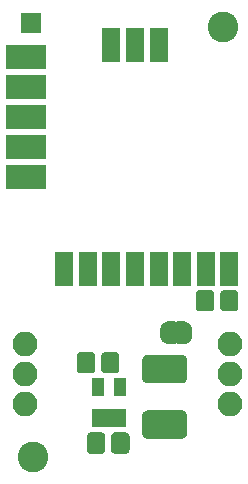
<source format=gbs>
G04 #@! TF.GenerationSoftware,KiCad,Pcbnew,(5.1.4)-1*
G04 #@! TF.CreationDate,2019-12-06T07:46:03+01:00*
G04 #@! TF.ProjectId,HM-LC-SW1-BA-PCB_mini_MAX1724,484d2d4c-432d-4535-9731-2d42412d5043,rev?*
G04 #@! TF.SameCoordinates,Original*
G04 #@! TF.FileFunction,Soldermask,Bot*
G04 #@! TF.FilePolarity,Negative*
%FSLAX46Y46*%
G04 Gerber Fmt 4.6, Leading zero omitted, Abs format (unit mm)*
G04 Created by KiCad (PCBNEW (5.1.4)-1) date 2019-12-06 07:46:03*
%MOMM*%
%LPD*%
G04 APERTURE LIST*
%ADD10O,2.100000X2.100000*%
%ADD11C,0.150000*%
%ADD12C,2.400000*%
%ADD13C,1.550000*%
%ADD14C,0.500000*%
%ADD15R,1.600000X2.924000*%
%ADD16R,1.050000X1.620000*%
%ADD17R,3.400000X2.100000*%
%ADD18C,2.600000*%
%ADD19R,1.750000X1.750000*%
G04 APERTURE END LIST*
D10*
X171300000Y-118680000D03*
X171300000Y-116140000D03*
X171300000Y-113600000D03*
D11*
G36*
X184614366Y-114532219D02*
G01*
X184659098Y-114538854D01*
X184702963Y-114549842D01*
X184745541Y-114565076D01*
X184786420Y-114584411D01*
X184825207Y-114607659D01*
X184861528Y-114634597D01*
X184895035Y-114664965D01*
X184925403Y-114698472D01*
X184952341Y-114734793D01*
X184975589Y-114773580D01*
X184994924Y-114814459D01*
X185010158Y-114857037D01*
X185021146Y-114900902D01*
X185027781Y-114945634D01*
X185030000Y-114990800D01*
X185030000Y-116469200D01*
X185027781Y-116514366D01*
X185021146Y-116559098D01*
X185010158Y-116602963D01*
X184994924Y-116645541D01*
X184975589Y-116686420D01*
X184952341Y-116725207D01*
X184925403Y-116761528D01*
X184895035Y-116795035D01*
X184861528Y-116825403D01*
X184825207Y-116852341D01*
X184786420Y-116875589D01*
X184745541Y-116894924D01*
X184702963Y-116910158D01*
X184659098Y-116921146D01*
X184614366Y-116927781D01*
X184569200Y-116930000D01*
X181690800Y-116930000D01*
X181645634Y-116927781D01*
X181600902Y-116921146D01*
X181557037Y-116910158D01*
X181514459Y-116894924D01*
X181473580Y-116875589D01*
X181434793Y-116852341D01*
X181398472Y-116825403D01*
X181364965Y-116795035D01*
X181334597Y-116761528D01*
X181307659Y-116725207D01*
X181284411Y-116686420D01*
X181265076Y-116645541D01*
X181249842Y-116602963D01*
X181238854Y-116559098D01*
X181232219Y-116514366D01*
X181230000Y-116469200D01*
X181230000Y-114990800D01*
X181232219Y-114945634D01*
X181238854Y-114900902D01*
X181249842Y-114857037D01*
X181265076Y-114814459D01*
X181284411Y-114773580D01*
X181307659Y-114734793D01*
X181334597Y-114698472D01*
X181364965Y-114664965D01*
X181398472Y-114634597D01*
X181434793Y-114607659D01*
X181473580Y-114584411D01*
X181514459Y-114565076D01*
X181557037Y-114549842D01*
X181600902Y-114538854D01*
X181645634Y-114532219D01*
X181690800Y-114530000D01*
X184569200Y-114530000D01*
X184614366Y-114532219D01*
X184614366Y-114532219D01*
G37*
D12*
X183130000Y-115730000D03*
D11*
G36*
X184614366Y-119232219D02*
G01*
X184659098Y-119238854D01*
X184702963Y-119249842D01*
X184745541Y-119265076D01*
X184786420Y-119284411D01*
X184825207Y-119307659D01*
X184861528Y-119334597D01*
X184895035Y-119364965D01*
X184925403Y-119398472D01*
X184952341Y-119434793D01*
X184975589Y-119473580D01*
X184994924Y-119514459D01*
X185010158Y-119557037D01*
X185021146Y-119600902D01*
X185027781Y-119645634D01*
X185030000Y-119690800D01*
X185030000Y-121169200D01*
X185027781Y-121214366D01*
X185021146Y-121259098D01*
X185010158Y-121302963D01*
X184994924Y-121345541D01*
X184975589Y-121386420D01*
X184952341Y-121425207D01*
X184925403Y-121461528D01*
X184895035Y-121495035D01*
X184861528Y-121525403D01*
X184825207Y-121552341D01*
X184786420Y-121575589D01*
X184745541Y-121594924D01*
X184702963Y-121610158D01*
X184659098Y-121621146D01*
X184614366Y-121627781D01*
X184569200Y-121630000D01*
X181690800Y-121630000D01*
X181645634Y-121627781D01*
X181600902Y-121621146D01*
X181557037Y-121610158D01*
X181514459Y-121594924D01*
X181473580Y-121575589D01*
X181434793Y-121552341D01*
X181398472Y-121525403D01*
X181364965Y-121495035D01*
X181334597Y-121461528D01*
X181307659Y-121425207D01*
X181284411Y-121386420D01*
X181265076Y-121345541D01*
X181249842Y-121302963D01*
X181238854Y-121259098D01*
X181232219Y-121214366D01*
X181230000Y-121169200D01*
X181230000Y-119690800D01*
X181232219Y-119645634D01*
X181238854Y-119600902D01*
X181249842Y-119557037D01*
X181265076Y-119514459D01*
X181284411Y-119473580D01*
X181307659Y-119434793D01*
X181334597Y-119398472D01*
X181364965Y-119364965D01*
X181398472Y-119334597D01*
X181434793Y-119307659D01*
X181473580Y-119284411D01*
X181514459Y-119265076D01*
X181557037Y-119249842D01*
X181600902Y-119238854D01*
X181645634Y-119232219D01*
X181690800Y-119230000D01*
X184569200Y-119230000D01*
X184614366Y-119232219D01*
X184614366Y-119232219D01*
G37*
D12*
X183130000Y-120430000D03*
D11*
G36*
X177796071Y-121101623D02*
G01*
X177828781Y-121106475D01*
X177860857Y-121114509D01*
X177891991Y-121125649D01*
X177921884Y-121139787D01*
X177950247Y-121156787D01*
X177976807Y-121176485D01*
X178001308Y-121198692D01*
X178023515Y-121223193D01*
X178043213Y-121249753D01*
X178060213Y-121278116D01*
X178074351Y-121308009D01*
X178085491Y-121339143D01*
X178093525Y-121371219D01*
X178098377Y-121403929D01*
X178100000Y-121436956D01*
X178100000Y-122563044D01*
X178098377Y-122596071D01*
X178093525Y-122628781D01*
X178085491Y-122660857D01*
X178074351Y-122691991D01*
X178060213Y-122721884D01*
X178043213Y-122750247D01*
X178023515Y-122776807D01*
X178001308Y-122801308D01*
X177976807Y-122823515D01*
X177950247Y-122843213D01*
X177921884Y-122860213D01*
X177891991Y-122874351D01*
X177860857Y-122885491D01*
X177828781Y-122893525D01*
X177796071Y-122898377D01*
X177763044Y-122900000D01*
X176886956Y-122900000D01*
X176853929Y-122898377D01*
X176821219Y-122893525D01*
X176789143Y-122885491D01*
X176758009Y-122874351D01*
X176728116Y-122860213D01*
X176699753Y-122843213D01*
X176673193Y-122823515D01*
X176648692Y-122801308D01*
X176626485Y-122776807D01*
X176606787Y-122750247D01*
X176589787Y-122721884D01*
X176575649Y-122691991D01*
X176564509Y-122660857D01*
X176556475Y-122628781D01*
X176551623Y-122596071D01*
X176550000Y-122563044D01*
X176550000Y-121436956D01*
X176551623Y-121403929D01*
X176556475Y-121371219D01*
X176564509Y-121339143D01*
X176575649Y-121308009D01*
X176589787Y-121278116D01*
X176606787Y-121249753D01*
X176626485Y-121223193D01*
X176648692Y-121198692D01*
X176673193Y-121176485D01*
X176699753Y-121156787D01*
X176728116Y-121139787D01*
X176758009Y-121125649D01*
X176789143Y-121114509D01*
X176821219Y-121106475D01*
X176853929Y-121101623D01*
X176886956Y-121100000D01*
X177763044Y-121100000D01*
X177796071Y-121101623D01*
X177796071Y-121101623D01*
G37*
D13*
X177325000Y-122000000D03*
D11*
G36*
X179846071Y-121101623D02*
G01*
X179878781Y-121106475D01*
X179910857Y-121114509D01*
X179941991Y-121125649D01*
X179971884Y-121139787D01*
X180000247Y-121156787D01*
X180026807Y-121176485D01*
X180051308Y-121198692D01*
X180073515Y-121223193D01*
X180093213Y-121249753D01*
X180110213Y-121278116D01*
X180124351Y-121308009D01*
X180135491Y-121339143D01*
X180143525Y-121371219D01*
X180148377Y-121403929D01*
X180150000Y-121436956D01*
X180150000Y-122563044D01*
X180148377Y-122596071D01*
X180143525Y-122628781D01*
X180135491Y-122660857D01*
X180124351Y-122691991D01*
X180110213Y-122721884D01*
X180093213Y-122750247D01*
X180073515Y-122776807D01*
X180051308Y-122801308D01*
X180026807Y-122823515D01*
X180000247Y-122843213D01*
X179971884Y-122860213D01*
X179941991Y-122874351D01*
X179910857Y-122885491D01*
X179878781Y-122893525D01*
X179846071Y-122898377D01*
X179813044Y-122900000D01*
X178936956Y-122900000D01*
X178903929Y-122898377D01*
X178871219Y-122893525D01*
X178839143Y-122885491D01*
X178808009Y-122874351D01*
X178778116Y-122860213D01*
X178749753Y-122843213D01*
X178723193Y-122823515D01*
X178698692Y-122801308D01*
X178676485Y-122776807D01*
X178656787Y-122750247D01*
X178639787Y-122721884D01*
X178625649Y-122691991D01*
X178614509Y-122660857D01*
X178606475Y-122628781D01*
X178601623Y-122596071D01*
X178600000Y-122563044D01*
X178600000Y-121436956D01*
X178601623Y-121403929D01*
X178606475Y-121371219D01*
X178614509Y-121339143D01*
X178625649Y-121308009D01*
X178639787Y-121278116D01*
X178656787Y-121249753D01*
X178676485Y-121223193D01*
X178698692Y-121198692D01*
X178723193Y-121176485D01*
X178749753Y-121156787D01*
X178778116Y-121139787D01*
X178808009Y-121125649D01*
X178839143Y-121114509D01*
X178871219Y-121106475D01*
X178903929Y-121101623D01*
X178936956Y-121100000D01*
X179813044Y-121100000D01*
X179846071Y-121101623D01*
X179846071Y-121101623D01*
G37*
D13*
X179375000Y-122000000D03*
D11*
G36*
X176946071Y-114301623D02*
G01*
X176978781Y-114306475D01*
X177010857Y-114314509D01*
X177041991Y-114325649D01*
X177071884Y-114339787D01*
X177100247Y-114356787D01*
X177126807Y-114376485D01*
X177151308Y-114398692D01*
X177173515Y-114423193D01*
X177193213Y-114449753D01*
X177210213Y-114478116D01*
X177224351Y-114508009D01*
X177235491Y-114539143D01*
X177243525Y-114571219D01*
X177248377Y-114603929D01*
X177250000Y-114636956D01*
X177250000Y-115763044D01*
X177248377Y-115796071D01*
X177243525Y-115828781D01*
X177235491Y-115860857D01*
X177224351Y-115891991D01*
X177210213Y-115921884D01*
X177193213Y-115950247D01*
X177173515Y-115976807D01*
X177151308Y-116001308D01*
X177126807Y-116023515D01*
X177100247Y-116043213D01*
X177071884Y-116060213D01*
X177041991Y-116074351D01*
X177010857Y-116085491D01*
X176978781Y-116093525D01*
X176946071Y-116098377D01*
X176913044Y-116100000D01*
X176036956Y-116100000D01*
X176003929Y-116098377D01*
X175971219Y-116093525D01*
X175939143Y-116085491D01*
X175908009Y-116074351D01*
X175878116Y-116060213D01*
X175849753Y-116043213D01*
X175823193Y-116023515D01*
X175798692Y-116001308D01*
X175776485Y-115976807D01*
X175756787Y-115950247D01*
X175739787Y-115921884D01*
X175725649Y-115891991D01*
X175714509Y-115860857D01*
X175706475Y-115828781D01*
X175701623Y-115796071D01*
X175700000Y-115763044D01*
X175700000Y-114636956D01*
X175701623Y-114603929D01*
X175706475Y-114571219D01*
X175714509Y-114539143D01*
X175725649Y-114508009D01*
X175739787Y-114478116D01*
X175756787Y-114449753D01*
X175776485Y-114423193D01*
X175798692Y-114398692D01*
X175823193Y-114376485D01*
X175849753Y-114356787D01*
X175878116Y-114339787D01*
X175908009Y-114325649D01*
X175939143Y-114314509D01*
X175971219Y-114306475D01*
X176003929Y-114301623D01*
X176036956Y-114300000D01*
X176913044Y-114300000D01*
X176946071Y-114301623D01*
X176946071Y-114301623D01*
G37*
D13*
X176475000Y-115200000D03*
D11*
G36*
X178996071Y-114301623D02*
G01*
X179028781Y-114306475D01*
X179060857Y-114314509D01*
X179091991Y-114325649D01*
X179121884Y-114339787D01*
X179150247Y-114356787D01*
X179176807Y-114376485D01*
X179201308Y-114398692D01*
X179223515Y-114423193D01*
X179243213Y-114449753D01*
X179260213Y-114478116D01*
X179274351Y-114508009D01*
X179285491Y-114539143D01*
X179293525Y-114571219D01*
X179298377Y-114603929D01*
X179300000Y-114636956D01*
X179300000Y-115763044D01*
X179298377Y-115796071D01*
X179293525Y-115828781D01*
X179285491Y-115860857D01*
X179274351Y-115891991D01*
X179260213Y-115921884D01*
X179243213Y-115950247D01*
X179223515Y-115976807D01*
X179201308Y-116001308D01*
X179176807Y-116023515D01*
X179150247Y-116043213D01*
X179121884Y-116060213D01*
X179091991Y-116074351D01*
X179060857Y-116085491D01*
X179028781Y-116093525D01*
X178996071Y-116098377D01*
X178963044Y-116100000D01*
X178086956Y-116100000D01*
X178053929Y-116098377D01*
X178021219Y-116093525D01*
X177989143Y-116085491D01*
X177958009Y-116074351D01*
X177928116Y-116060213D01*
X177899753Y-116043213D01*
X177873193Y-116023515D01*
X177848692Y-116001308D01*
X177826485Y-115976807D01*
X177806787Y-115950247D01*
X177789787Y-115921884D01*
X177775649Y-115891991D01*
X177764509Y-115860857D01*
X177756475Y-115828781D01*
X177751623Y-115796071D01*
X177750000Y-115763044D01*
X177750000Y-114636956D01*
X177751623Y-114603929D01*
X177756475Y-114571219D01*
X177764509Y-114539143D01*
X177775649Y-114508009D01*
X177789787Y-114478116D01*
X177806787Y-114449753D01*
X177826485Y-114423193D01*
X177848692Y-114398692D01*
X177873193Y-114376485D01*
X177899753Y-114356787D01*
X177928116Y-114339787D01*
X177958009Y-114325649D01*
X177989143Y-114314509D01*
X178021219Y-114306475D01*
X178053929Y-114301623D01*
X178086956Y-114300000D01*
X178963044Y-114300000D01*
X178996071Y-114301623D01*
X178996071Y-114301623D01*
G37*
D13*
X178525000Y-115200000D03*
D11*
G36*
X187021071Y-109051623D02*
G01*
X187053781Y-109056475D01*
X187085857Y-109064509D01*
X187116991Y-109075649D01*
X187146884Y-109089787D01*
X187175247Y-109106787D01*
X187201807Y-109126485D01*
X187226308Y-109148692D01*
X187248515Y-109173193D01*
X187268213Y-109199753D01*
X187285213Y-109228116D01*
X187299351Y-109258009D01*
X187310491Y-109289143D01*
X187318525Y-109321219D01*
X187323377Y-109353929D01*
X187325000Y-109386956D01*
X187325000Y-110513044D01*
X187323377Y-110546071D01*
X187318525Y-110578781D01*
X187310491Y-110610857D01*
X187299351Y-110641991D01*
X187285213Y-110671884D01*
X187268213Y-110700247D01*
X187248515Y-110726807D01*
X187226308Y-110751308D01*
X187201807Y-110773515D01*
X187175247Y-110793213D01*
X187146884Y-110810213D01*
X187116991Y-110824351D01*
X187085857Y-110835491D01*
X187053781Y-110843525D01*
X187021071Y-110848377D01*
X186988044Y-110850000D01*
X186111956Y-110850000D01*
X186078929Y-110848377D01*
X186046219Y-110843525D01*
X186014143Y-110835491D01*
X185983009Y-110824351D01*
X185953116Y-110810213D01*
X185924753Y-110793213D01*
X185898193Y-110773515D01*
X185873692Y-110751308D01*
X185851485Y-110726807D01*
X185831787Y-110700247D01*
X185814787Y-110671884D01*
X185800649Y-110641991D01*
X185789509Y-110610857D01*
X185781475Y-110578781D01*
X185776623Y-110546071D01*
X185775000Y-110513044D01*
X185775000Y-109386956D01*
X185776623Y-109353929D01*
X185781475Y-109321219D01*
X185789509Y-109289143D01*
X185800649Y-109258009D01*
X185814787Y-109228116D01*
X185831787Y-109199753D01*
X185851485Y-109173193D01*
X185873692Y-109148692D01*
X185898193Y-109126485D01*
X185924753Y-109106787D01*
X185953116Y-109089787D01*
X185983009Y-109075649D01*
X186014143Y-109064509D01*
X186046219Y-109056475D01*
X186078929Y-109051623D01*
X186111956Y-109050000D01*
X186988044Y-109050000D01*
X187021071Y-109051623D01*
X187021071Y-109051623D01*
G37*
D13*
X186550000Y-109950000D03*
D11*
G36*
X189071071Y-109051623D02*
G01*
X189103781Y-109056475D01*
X189135857Y-109064509D01*
X189166991Y-109075649D01*
X189196884Y-109089787D01*
X189225247Y-109106787D01*
X189251807Y-109126485D01*
X189276308Y-109148692D01*
X189298515Y-109173193D01*
X189318213Y-109199753D01*
X189335213Y-109228116D01*
X189349351Y-109258009D01*
X189360491Y-109289143D01*
X189368525Y-109321219D01*
X189373377Y-109353929D01*
X189375000Y-109386956D01*
X189375000Y-110513044D01*
X189373377Y-110546071D01*
X189368525Y-110578781D01*
X189360491Y-110610857D01*
X189349351Y-110641991D01*
X189335213Y-110671884D01*
X189318213Y-110700247D01*
X189298515Y-110726807D01*
X189276308Y-110751308D01*
X189251807Y-110773515D01*
X189225247Y-110793213D01*
X189196884Y-110810213D01*
X189166991Y-110824351D01*
X189135857Y-110835491D01*
X189103781Y-110843525D01*
X189071071Y-110848377D01*
X189038044Y-110850000D01*
X188161956Y-110850000D01*
X188128929Y-110848377D01*
X188096219Y-110843525D01*
X188064143Y-110835491D01*
X188033009Y-110824351D01*
X188003116Y-110810213D01*
X187974753Y-110793213D01*
X187948193Y-110773515D01*
X187923692Y-110751308D01*
X187901485Y-110726807D01*
X187881787Y-110700247D01*
X187864787Y-110671884D01*
X187850649Y-110641991D01*
X187839509Y-110610857D01*
X187831475Y-110578781D01*
X187826623Y-110546071D01*
X187825000Y-110513044D01*
X187825000Y-109386956D01*
X187826623Y-109353929D01*
X187831475Y-109321219D01*
X187839509Y-109289143D01*
X187850649Y-109258009D01*
X187864787Y-109228116D01*
X187881787Y-109199753D01*
X187901485Y-109173193D01*
X187923692Y-109148692D01*
X187948193Y-109126485D01*
X187974753Y-109106787D01*
X188003116Y-109089787D01*
X188033009Y-109075649D01*
X188064143Y-109064509D01*
X188096219Y-109056475D01*
X188128929Y-109051623D01*
X188161956Y-109050000D01*
X189038044Y-109050000D01*
X189071071Y-109051623D01*
X189071071Y-109051623D01*
G37*
D13*
X188600000Y-109950000D03*
D14*
X183450000Y-112650000D03*
D11*
G36*
X183443888Y-113599398D02*
G01*
X183425466Y-113599398D01*
X183405860Y-113598435D01*
X183357029Y-113593625D01*
X183337620Y-113590746D01*
X183289495Y-113581174D01*
X183270452Y-113576404D01*
X183223497Y-113562160D01*
X183205020Y-113555549D01*
X183159687Y-113536772D01*
X183141939Y-113528377D01*
X183098666Y-113505246D01*
X183081838Y-113495160D01*
X183041039Y-113467900D01*
X183025270Y-113456205D01*
X182987341Y-113425077D01*
X182972800Y-113411897D01*
X182938103Y-113377200D01*
X182924923Y-113362659D01*
X182893795Y-113324730D01*
X182882100Y-113308961D01*
X182854840Y-113268162D01*
X182844754Y-113251334D01*
X182821623Y-113208061D01*
X182813228Y-113190313D01*
X182794451Y-113144980D01*
X182787840Y-113126503D01*
X182773596Y-113079548D01*
X182768826Y-113060505D01*
X182759254Y-113012380D01*
X182756375Y-112992971D01*
X182751565Y-112944140D01*
X182750602Y-112924534D01*
X182750602Y-112906112D01*
X182750000Y-112900000D01*
X182750000Y-112400000D01*
X182750602Y-112393888D01*
X182750602Y-112375466D01*
X182751565Y-112355860D01*
X182756375Y-112307029D01*
X182759254Y-112287620D01*
X182768826Y-112239495D01*
X182773596Y-112220452D01*
X182787840Y-112173497D01*
X182794451Y-112155020D01*
X182813228Y-112109687D01*
X182821623Y-112091939D01*
X182844754Y-112048666D01*
X182854840Y-112031838D01*
X182882100Y-111991039D01*
X182893795Y-111975270D01*
X182924923Y-111937341D01*
X182938103Y-111922800D01*
X182972800Y-111888103D01*
X182987341Y-111874923D01*
X183025270Y-111843795D01*
X183041039Y-111832100D01*
X183081838Y-111804840D01*
X183098666Y-111794754D01*
X183141939Y-111771623D01*
X183159687Y-111763228D01*
X183205020Y-111744451D01*
X183223497Y-111737840D01*
X183270452Y-111723596D01*
X183289495Y-111718826D01*
X183337620Y-111709254D01*
X183357029Y-111706375D01*
X183405860Y-111701565D01*
X183425466Y-111700602D01*
X183443888Y-111700602D01*
X183450000Y-111700000D01*
X183950000Y-111700000D01*
X183989018Y-111703843D01*
X184026537Y-111715224D01*
X184061114Y-111733706D01*
X184091421Y-111758579D01*
X184116294Y-111788886D01*
X184134776Y-111823463D01*
X184146157Y-111860982D01*
X184150000Y-111900000D01*
X184150000Y-113400000D01*
X184146157Y-113439018D01*
X184134776Y-113476537D01*
X184116294Y-113511114D01*
X184091421Y-113541421D01*
X184061114Y-113566294D01*
X184026537Y-113584776D01*
X183989018Y-113596157D01*
X183950000Y-113600000D01*
X183450000Y-113600000D01*
X183443888Y-113599398D01*
X183443888Y-113599398D01*
G37*
D14*
X184750000Y-112650000D03*
D11*
G36*
X184210982Y-113596157D02*
G01*
X184173463Y-113584776D01*
X184138886Y-113566294D01*
X184108579Y-113541421D01*
X184083706Y-113511114D01*
X184065224Y-113476537D01*
X184053843Y-113439018D01*
X184050000Y-113400000D01*
X184050000Y-111900000D01*
X184053843Y-111860982D01*
X184065224Y-111823463D01*
X184083706Y-111788886D01*
X184108579Y-111758579D01*
X184138886Y-111733706D01*
X184173463Y-111715224D01*
X184210982Y-111703843D01*
X184250000Y-111700000D01*
X184750000Y-111700000D01*
X184756112Y-111700602D01*
X184774534Y-111700602D01*
X184794140Y-111701565D01*
X184842971Y-111706375D01*
X184862380Y-111709254D01*
X184910505Y-111718826D01*
X184929548Y-111723596D01*
X184976503Y-111737840D01*
X184994980Y-111744451D01*
X185040313Y-111763228D01*
X185058061Y-111771623D01*
X185101334Y-111794754D01*
X185118162Y-111804840D01*
X185158961Y-111832100D01*
X185174730Y-111843795D01*
X185212659Y-111874923D01*
X185227200Y-111888103D01*
X185261897Y-111922800D01*
X185275077Y-111937341D01*
X185306205Y-111975270D01*
X185317900Y-111991039D01*
X185345160Y-112031838D01*
X185355246Y-112048666D01*
X185378377Y-112091939D01*
X185386772Y-112109687D01*
X185405549Y-112155020D01*
X185412160Y-112173497D01*
X185426404Y-112220452D01*
X185431174Y-112239495D01*
X185440746Y-112287620D01*
X185443625Y-112307029D01*
X185448435Y-112355860D01*
X185449398Y-112375466D01*
X185449398Y-112393888D01*
X185450000Y-112400000D01*
X185450000Y-112900000D01*
X185449398Y-112906112D01*
X185449398Y-112924534D01*
X185448435Y-112944140D01*
X185443625Y-112992971D01*
X185440746Y-113012380D01*
X185431174Y-113060505D01*
X185426404Y-113079548D01*
X185412160Y-113126503D01*
X185405549Y-113144980D01*
X185386772Y-113190313D01*
X185378377Y-113208061D01*
X185355246Y-113251334D01*
X185345160Y-113268162D01*
X185317900Y-113308961D01*
X185306205Y-113324730D01*
X185275077Y-113362659D01*
X185261897Y-113377200D01*
X185227200Y-113411897D01*
X185212659Y-113425077D01*
X185174730Y-113456205D01*
X185158961Y-113467900D01*
X185118162Y-113495160D01*
X185101334Y-113505246D01*
X185058061Y-113528377D01*
X185040313Y-113536772D01*
X184994980Y-113555549D01*
X184976503Y-113562160D01*
X184929548Y-113576404D01*
X184910505Y-113581174D01*
X184862380Y-113590746D01*
X184842971Y-113593625D01*
X184794140Y-113598435D01*
X184774534Y-113599398D01*
X184756112Y-113599398D01*
X184750000Y-113600000D01*
X184250000Y-113600000D01*
X184210982Y-113596157D01*
X184210982Y-113596157D01*
G37*
D10*
X188658500Y-118681500D03*
X188658500Y-116141500D03*
X188658500Y-113601500D03*
D15*
X188610000Y-107282000D03*
X186610000Y-107282000D03*
X184610000Y-107282000D03*
X182610000Y-107282000D03*
X180610000Y-107282000D03*
X178610000Y-107282000D03*
X176610000Y-107282000D03*
X174610000Y-107282000D03*
X180610000Y-88282000D03*
X182610000Y-88282000D03*
X178610000Y-88282000D03*
D16*
X179350000Y-117240000D03*
X177450000Y-117240000D03*
X177450000Y-119860000D03*
X178400000Y-119860000D03*
X179350000Y-119860000D03*
D17*
X171410500Y-99441000D03*
X171410500Y-94361000D03*
X171410500Y-89281000D03*
X171386500Y-96901000D03*
X171386500Y-91821000D03*
D18*
X188087000Y-86741000D03*
X171958000Y-123190000D03*
D19*
X171831000Y-86423500D03*
M02*

</source>
